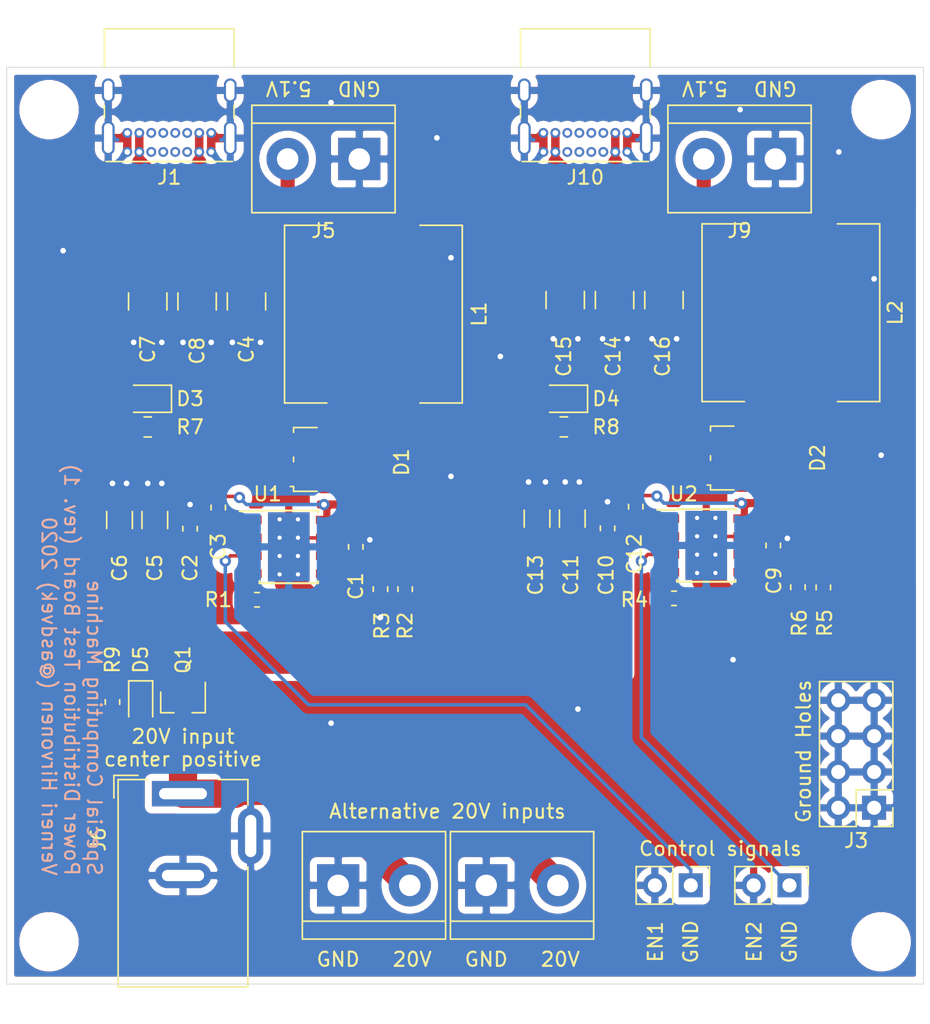
<source format=kicad_pcb>
(kicad_pcb (version 20171130) (host pcbnew "(5.1.5-0-10_14)")
  (layers (0 F.Cu signal) (31 B.Cu signal) (34 B.Paste user) (35 F.Paste user) (36 B.SilkS user) (37 F.SilkS user) (38 B.Mask user) (39 F.Mask user) (44 Edge.Cuts user))
  (net 0 "")
  (net 1 GND)
  (net 2 "Net-(C1-Pad1)")
  (net 3 /V_in)
  (net 4 "Net-(C3-Pad2)")
  (net 5 "Net-(C3-Pad1)")
  (net 6 "Net-(J1-PadB6)")
  (net 7 "Net-(J1-PadB5)")
  (net 8 "Net-(J1-PadB8)")
  (net 9 "Net-(J1-PadB7)")
  (net 10 "Net-(J1-PadA8)")
  (net 11 "Net-(J1-PadA7)")
  (net 12 "Net-(J1-PadA6)")
  (net 13 "Net-(J1-PadA5)")
  (net 14 "Net-(R1-Pad1)")
  (net 15 /V_out1)
  (net 16 "Net-(C9-Pad1)")
  (net 17 "Net-(C12-Pad2)")
  (net 18 "Net-(C12-Pad1)")
  (net 19 /V_out2)
  (net 20 /en_signal1)
  (net 21 /en_signal2)
  (net 22 "Net-(J10-PadB6)")
  (net 23 "Net-(J10-PadB5)")
  (net 24 "Net-(J10-PadB8)")
  (net 25 "Net-(J10-PadB7)")
  (net 26 "Net-(J10-PadA8)")
  (net 27 "Net-(J10-PadA7)")
  (net 28 "Net-(J10-PadA6)")
  (net 29 "Net-(J10-PadA5)")
  (net 30 /V_FB1)
  (net 31 "Net-(R4-Pad1)")
  (net 32 /V_FB2)
  (net 33 "Net-(D3-Pad1)")
  (net 34 "Net-(D4-Pad1)")
  (net 35 /V_in_protected)
  (net 36 "Net-(D5-Pad2)")
  (module Diode_SMD:D_SOD-323 (layer F.Cu) (at 104.5 140 270)
    (fp_text reference D5 (at -3 0 90) (layer F.SilkS))
    (fp_text value 10V)
    (pad 2 smd rect (at 1.05 0 270) (size 0.6 0.45) (layers F.Cu F.Paste F.Mask) (net 36 "Net-(D5-Pad2)"))
    (pad 1 smd rect (at -1.05 0 270) (size 0.6 0.45) (layers F.Cu F.Paste F.Mask) (net 35 /V_in_protected))
  )
  (module Resistor_SMD:R_0603_1608Metric (layer F.Cu) (at 102.5 140 90)
    (fp_text reference R9 (at 3 0 90) (layer F.SilkS))
    (fp_text value 100K)
    (pad 2 smd roundrect (at 0.7875 0 90) (size 0.875 0.95) (layers F.Cu F.Paste F.Mask) (net 1 GND))
    (pad 1 smd roundrect (at -0.7875 0 90) (size 0.875 0.95) (layers F.Cu F.Paste F.Mask) (net 36 "Net-(D5-Pad2)"))
  )
  (module Package_TO_SOT_SMD:SOT-23 (layer F.Cu) (at 107.5 140 270)
    (fp_text reference Q1 (at -3 0 90) (layer F.SilkS))
    (fp_text value IRLML6344TRPBF)
    (pad 3 smd rect (at 1 0 270) (size 0.9 0.8) (layers F.Cu F.Paste F.Mask) (net 3 /V_in))
    (pad 2 smd rect (at -1 0.95 270) (size 0.9 0.8) (layers F.Cu F.Paste F.Mask) (net 35 /V_in_protected))
    (pad 1 smd rect (at -1 -0.95 270) (size 0.9 0.8) (layers F.Cu F.Paste F.Mask) (net 36 "Net-(D5-Pad2)"))
  )
  (module Resistor_SMD:R_0805_2012Metric (layer F.Cu) (at 134.5 120.495 180)
    (fp_text reference R8 (at -3 -0.005) (layer F.SilkS))
    (fp_text value R)
    (pad 2 smd roundrect (at 0.9375 0 180) (size 0.975 1.4) (layers F.Cu F.Paste F.Mask) (net 1 GND))
    (pad 1 smd roundrect (at -0.9375 0 180) (size 0.975 1.4) (layers F.Cu F.Paste F.Mask) (net 34 "Net-(D4-Pad1)"))
  )
  (module Resistor_SMD:R_0805_2012Metric (layer F.Cu) (at 105 120.5 180)
    (fp_text reference R7 (at -3 0) (layer F.SilkS))
    (fp_text value R)
    (pad 2 smd roundrect (at 0.9375 0 180) (size 0.975 1.4) (layers F.Cu F.Paste F.Mask) (net 1 GND))
    (pad 1 smd roundrect (at -0.9375 0 180) (size 0.975 1.4) (layers F.Cu F.Paste F.Mask) (net 33 "Net-(D3-Pad1)"))
  )
  (module LED_SMD:LED_0805_2012Metric (layer F.Cu) (at 134.5 118.5 180)
    (fp_text reference D4 (at -3 0) (layer F.SilkS))
    (fp_text value LED)
    (pad 2 smd roundrect (at 0.9375 0 180) (size 0.975 1.4) (layers F.Cu F.Paste F.Mask) (net 19 /V_out2))
    (pad 1 smd roundrect (at -0.9375 0 180) (size 0.975 1.4) (layers F.Cu F.Paste F.Mask) (net 34 "Net-(D4-Pad1)"))
  )
  (module LED_SMD:LED_0805_2012Metric (layer F.Cu) (at 105 118.5 180)
    (fp_text reference D3 (at -3 0) (layer F.SilkS))
    (fp_text value LED)
    (pad 2 smd roundrect (at 0.9375 0 180) (size 0.975 1.4) (layers F.Cu F.Paste F.Mask) (net 15 /V_out1))
    (pad 1 smd roundrect (at -0.9375 0 180) (size 0.975 1.4) (layers F.Cu F.Paste F.Mask) (net 33 "Net-(D3-Pad1)"))
  )
  (module Package_SO:Texas_HSOP-8-1EP_3.9x4.9mm_P1.27mm_ThermalVias (layer F.Cu) (at 144.6 128.9)
    (fp_text reference U2 (at -1.6 -3.65) (layer F.SilkS))
    (fp_text value LMR14050SDDA)
    (pad 9 thru_hole circle (at 0.65 1.95) (size 0.6 0.6) (drill 0.3) (layers *.Cu) (net 1 GND))
    (pad 9 thru_hole circle (at 0.65 0.65) (size 0.6 0.6) (drill 0.3) (layers *.Cu) (net 1 GND))
    (pad 9 thru_hole circle (at -0.65 0.65) (size 0.6 0.6) (drill 0.3) (layers *.Cu) (net 1 GND))
    (pad 9 thru_hole circle (at -0.65 1.95) (size 0.6 0.6) (drill 0.3) (layers *.Cu) (net 1 GND))
    (pad 9 thru_hole circle (at 0.65 -1.95) (size 0.6 0.6) (drill 0.3) (layers *.Cu) (net 1 GND))
    (pad 9 thru_hole circle (at 0.65 -0.65) (size 0.6 0.6) (drill 0.3) (layers *.Cu) (net 1 GND))
    (pad 9 thru_hole circle (at -0.65 -0.65) (size 0.6 0.6) (drill 0.3) (layers *.Cu) (net 1 GND))
    (pad 9 thru_hole circle (at -0.65 -1.95) (size 0.6 0.6) (drill 0.3) (layers *.Cu) (net 1 GND))
    (pad 8 smd rect (at 2.7 -1.905) (size 1.55 0.6) (layers F.Cu F.Paste F.Mask) (net 17 "Net-(C12-Pad2)"))
    (pad 7 smd rect (at 2.7 -0.635) (size 1.55 0.6) (layers F.Cu F.Paste F.Mask) (net 1 GND))
    (pad 6 smd rect (at 2.7 0.635) (size 1.55 0.6) (layers F.Cu F.Paste F.Mask) (net 16 "Net-(C9-Pad1)"))
    (pad 5 smd rect (at 2.7 1.905) (size 1.55 0.6) (layers F.Cu F.Paste F.Mask) (net 32 /V_FB2))
    (pad 4 smd rect (at -2.7 1.905) (size 1.55 0.6) (layers F.Cu F.Paste F.Mask) (net 31 "Net-(R4-Pad1)"))
    (pad 3 smd rect (at -2.7 0.635) (size 1.55 0.6) (layers F.Cu F.Paste F.Mask) (net 21 /en_signal2))
    (pad 2 smd rect (at -2.7 -0.635) (size 1.55 0.6) (layers F.Cu F.Paste F.Mask) (net 35 /V_in_protected))
    (pad 1 smd rect (at -2.7 -1.905) (size 1.55 0.6) (layers F.Cu F.Paste F.Mask) (net 18 "Net-(C12-Pad1)"))
    (pad 9 smd rect (at 0 0) (size 2.95 4.9) (layers B.Cu) (net 1 GND))
    (pad 9 smd rect (at 0 0) (size 2.95 4.9) (layers F.Cu) (net 1 GND))
  )
  (module Resistor_SMD:R_0603_1608Metric (layer F.Cu) (at 151.1 131.8625 270)
    (fp_text reference R6 (at 2.5375 -0.1 90) (layer F.SilkS))
    (fp_text value 17.8k)
    (pad 2 smd roundrect (at 0.7875 0 270) (size 0.875 0.95) (layers F.Cu F.Paste F.Mask) (net 1 GND))
    (pad 1 smd roundrect (at -0.7875 0 270) (size 0.875 0.95) (layers F.Cu F.Paste F.Mask) (net 32 /V_FB2))
  )
  (module Resistor_SMD:R_0603_1608Metric (layer F.Cu) (at 152.9 131.875 90)
    (fp_text reference R5 (at -2.525 0.1 90) (layer F.SilkS))
    (fp_text value 100k)
    (pad 2 smd roundrect (at 0.7875 0 90) (size 0.875 0.95) (layers F.Cu F.Paste F.Mask) (net 32 /V_FB2))
    (pad 1 smd roundrect (at -0.7875 0 90) (size 0.875 0.95) (layers F.Cu F.Paste F.Mask) (net 19 /V_out2))
  )
  (module Resistor_SMD:R_0603_1608Metric (layer F.Cu) (at 142.3125 132.65)
    (fp_text reference R4 (at -2.8125 0.1) (layer F.SilkS))
    (fp_text value 84.5k)
    (pad 2 smd roundrect (at 0.7875 0) (size 0.875 0.95) (layers F.Cu F.Paste F.Mask) (net 1 GND))
    (pad 1 smd roundrect (at -0.7875 0) (size 0.875 0.95) (layers F.Cu F.Paste F.Mask) (net 31 "Net-(R4-Pad1)"))
  )
  (module Inductor_SMD:L_Wuerth_WE-PD-Typ-LS (layer F.Cu) (at 150.6 112.4 90)
    (fp_text reference L2 (at 0 7.4 90) (layer F.SilkS))
    (fp_text value 8.2uH)
    (pad 2 smd rect (at 4.95 0 90) (size 2.9 5.4) (layers F.Cu F.Paste F.Mask) (net 19 /V_out2))
    (pad 1 smd rect (at -4.95 0 90) (size 2.9 5.4) (layers F.Cu F.Paste F.Mask) (net 17 "Net-(C12-Pad2)"))
  )
  (module Connector_USB:USB_C_Receptacle_GCT_USB4085 (layer F.Cu) (at 139 101 180)
    (fp_text reference J10 (at 2.975 -1.8) (layer F.SilkS))
    (fp_text value USB_C_Receptacle_USB2.0)
    (pad S1 thru_hole oval (at 7.3 4.36 180) (size 0.9 1.7) (drill oval 0.6 1.4) (layers *.Cu *.Mask) (net 1 GND))
    (pad S1 thru_hole oval (at -1.35 4.36 180) (size 0.9 1.7) (drill oval 0.6 1.4) (layers *.Cu *.Mask) (net 1 GND))
    (pad S1 thru_hole oval (at 7.3 0.98 180) (size 0.9 2.4) (drill oval 0.6 2.1) (layers *.Cu *.Mask) (net 1 GND))
    (pad S1 thru_hole oval (at -1.35 0.98 180) (size 0.9 2.4) (drill oval 0.6 2.1) (layers *.Cu *.Mask) (net 1 GND))
    (pad B6 thru_hole circle (at 3.4 1.35 180) (size 0.7 0.7) (drill 0.4) (layers *.Cu *.Mask) (net 22 "Net-(J10-PadB6)"))
    (pad B1 thru_hole circle (at 5.95 1.35 180) (size 0.7 0.7) (drill 0.4) (layers *.Cu *.Mask) (net 1 GND))
    (pad B4 thru_hole circle (at 5.1 1.35 180) (size 0.7 0.7) (drill 0.4) (layers *.Cu *.Mask) (net 19 /V_out2))
    (pad B5 thru_hole circle (at 4.25 1.35 180) (size 0.7 0.7) (drill 0.4) (layers *.Cu *.Mask) (net 23 "Net-(J10-PadB5)"))
    (pad B12 thru_hole circle (at 0 1.35 180) (size 0.7 0.7) (drill 0.4) (layers *.Cu *.Mask) (net 1 GND))
    (pad B8 thru_hole circle (at 1.7 1.35 180) (size 0.7 0.7) (drill 0.4) (layers *.Cu *.Mask) (net 24 "Net-(J10-PadB8)"))
    (pad B7 thru_hole circle (at 2.55 1.35 180) (size 0.7 0.7) (drill 0.4) (layers *.Cu *.Mask) (net 25 "Net-(J10-PadB7)"))
    (pad B9 thru_hole circle (at 0.85 1.35 180) (size 0.7 0.7) (drill 0.4) (layers *.Cu *.Mask) (net 19 /V_out2))
    (pad A12 thru_hole circle (at 5.95 0 180) (size 0.7 0.7) (drill 0.4) (layers *.Cu *.Mask) (net 1 GND))
    (pad A9 thru_hole circle (at 5.1 0 180) (size 0.7 0.7) (drill 0.4) (layers *.Cu *.Mask) (net 19 /V_out2))
    (pad A8 thru_hole circle (at 4.25 0 180) (size 0.7 0.7) (drill 0.4) (layers *.Cu *.Mask) (net 26 "Net-(J10-PadA8)"))
    (pad A7 thru_hole circle (at 3.4 0 180) (size 0.7 0.7) (drill 0.4) (layers *.Cu *.Mask) (net 27 "Net-(J10-PadA7)"))
    (pad A6 thru_hole circle (at 2.55 0 180) (size 0.7 0.7) (drill 0.4) (layers *.Cu *.Mask) (net 28 "Net-(J10-PadA6)"))
    (pad A5 thru_hole circle (at 1.7 0 180) (size 0.7 0.7) (drill 0.4) (layers *.Cu *.Mask) (net 29 "Net-(J10-PadA5)"))
    (pad A4 thru_hole circle (at 0.85 0 180) (size 0.7 0.7) (drill 0.4) (layers *.Cu *.Mask) (net 19 /V_out2))
    (pad A1 thru_hole circle (at 0 0 180) (size 0.7 0.7) (drill 0.4) (layers *.Cu *.Mask) (net 1 GND))
  )
  (module TerminalBlock:TerminalBlock_bornier-2_P5.08mm (layer F.Cu) (at 149.5 101.5 180)
    (fp_text reference J9 (at 2.54 -5.08) (layer F.SilkS))
    (fp_text value "V_out alt")
    (pad 2 thru_hole circle (at 5.08 0 180) (size 3 3) (drill 1.52) (layers *.Cu *.Mask) (net 19 /V_out2))
    (pad 1 thru_hole rect (at 0 0 180) (size 3 3) (drill 1.52) (layers *.Cu *.Mask) (net 1 GND))
  )
  (module TerminalBlock:TerminalBlock_bornier-2_P5.08mm (layer F.Cu) (at 118.5 153)
    (fp_text reference J8 hide)
    (fp_text value "V_in alt")
    (pad 2 thru_hole circle (at 5.08 0) (size 3 3) (drill 1.52) (layers *.Cu *.Mask) (net 3 /V_in))
    (pad 1 thru_hole rect (at 0 0) (size 3 3) (drill 1.52) (layers *.Cu *.Mask) (net 1 GND))
  )
  (module Connector_PinHeader_2.54mm:PinHeader_1x02_P2.54mm_Vertical (layer F.Cu) (at 150.5 153 270)
    (fp_text reference J7 hide)
    (fp_text value Conn_EN)
    (pad 2 thru_hole oval (at 0 2.54 270) (size 1.7 1.7) (drill 1) (layers *.Cu *.Mask) (net 1 GND))
    (pad 1 thru_hole rect (at 0 0 270) (size 1.7 1.7) (drill 1) (layers *.Cu *.Mask) (net 21 /en_signal2))
  )
  (module Package_TO_SOT_SMD:TO-277A (layer F.Cu) (at 148.06 122.7 90)
    (fp_text reference D2 (at 0 4.44 90) (layer F.SilkS))
    (fp_text value D)
    (pad 2 smd rect (at 1.04 -2.765 90) (size 1.4 1.27) (layers F.Cu F.Paste F.Mask) (net 1 GND))
    (pad 3 smd rect (at 0 1.04 90) (size 4.8 4.72) (layers F.Cu F.Mask) (net 17 "Net-(C12-Pad2)"))
    (pad 1 smd rect (at -1.04 -2.765 90) (size 1.4 1.27) (layers F.Cu F.Paste F.Mask) (net 1 GND))
  )
  (module Capacitor_SMD:C_1210_3225Metric (layer F.Cu) (at 141.6 111.5 270)
    (fp_text reference C16 (at 4 0.1 90) (layer F.SilkS))
    (fp_text value 47uF)
    (pad 2 smd roundrect (at 1.4 0 270) (size 1.25 2.65) (layers F.Cu F.Paste F.Mask) (roundrect_rratio 0.2) (net 1 GND))
    (pad 1 smd roundrect (at -1.4 0 270) (size 1.25 2.65) (layers F.Cu F.Paste F.Mask) (roundrect_rratio 0.2) (net 19 /V_out2))
  )
  (module Capacitor_SMD:C_1210_3225Metric (layer F.Cu) (at 134.6 111.5 270)
    (fp_text reference C15 (at 4 0.1 90) (layer F.SilkS))
    (fp_text value 47uF)
    (pad 2 smd roundrect (at 1.4 0 270) (size 1.25 2.65) (layers F.Cu F.Paste F.Mask) (roundrect_rratio 0.2) (net 1 GND))
    (pad 1 smd roundrect (at -1.4 0 270) (size 1.25 2.65) (layers F.Cu F.Paste F.Mask) (roundrect_rratio 0.2) (net 19 /V_out2))
  )
  (module Capacitor_SMD:C_1210_3225Metric (layer F.Cu) (at 138.1 111.5 270)
    (fp_text reference C14 (at 4 0.1 90) (layer F.SilkS))
    (fp_text value 47uF)
    (pad 2 smd roundrect (at 1.4 0 270) (size 1.25 2.65) (layers F.Cu F.Paste F.Mask) (roundrect_rratio 0.2) (net 1 GND))
    (pad 1 smd roundrect (at -1.4 0 270) (size 1.25 2.65) (layers F.Cu F.Paste F.Mask) (roundrect_rratio 0.2) (net 19 /V_out2))
  )
  (module Capacitor_SMD:C_1206_3216Metric (layer F.Cu) (at 132.6 127 90)
    (fp_text reference C13 (at -4 -0.1 90) (layer F.SilkS))
    (fp_text value 4.7uF)
    (pad 2 smd roundrect (at 1.4 0 90) (size 1.25 1.75) (layers F.Cu F.Paste F.Mask) (roundrect_rratio 0.2) (net 1 GND))
    (pad 1 smd roundrect (at -1.4 0 90) (size 1.25 1.75) (layers F.Cu F.Paste F.Mask) (roundrect_rratio 0.2) (net 35 /V_in_protected))
  )
  (module Capacitor_SMD:C_0603_1608Metric (layer F.Cu) (at 139.6 126.15 90)
    (fp_text reference C12 (at -3.35 -0.1 90) (layer F.SilkS))
    (fp_text value 100n)
    (pad 2 smd roundrect (at 0.7875 0 90) (size 0.875 0.95) (layers F.Cu F.Paste F.Mask) (net 17 "Net-(C12-Pad2)"))
    (pad 1 smd roundrect (at -0.7875 0 90) (size 0.875 0.95) (layers F.Cu F.Paste F.Mask) (net 18 "Net-(C12-Pad1)"))
  )
  (module Capacitor_SMD:C_1206_3216Metric (layer F.Cu) (at 135.1 127 90)
    (fp_text reference C11 (at -4 -0.1 90) (layer F.SilkS))
    (fp_text value 4.7uF)
    (pad 2 smd roundrect (at 1.4 0 90) (size 1.25 1.75) (layers F.Cu F.Paste F.Mask) (roundrect_rratio 0.2) (net 1 GND))
    (pad 1 smd roundrect (at -1.4 0 90) (size 1.25 1.75) (layers F.Cu F.Paste F.Mask) (roundrect_rratio 0.2) (net 35 /V_in_protected))
  )
  (module Capacitor_SMD:C_0603_1608Metric (layer F.Cu) (at 137.6 127.6875 90)
    (fp_text reference C10 (at -3.3125 -0.1 90) (layer F.SilkS))
    (fp_text value 100n)
    (pad 2 smd roundrect (at 0.7875 0 90) (size 0.875 0.95) (layers F.Cu F.Paste F.Mask) (net 1 GND))
    (pad 1 smd roundrect (at -0.7875 0 90) (size 0.875 0.95) (layers F.Cu F.Paste F.Mask) (net 35 /V_in_protected))
  )
  (module Capacitor_SMD:C_0603_1608Metric (layer F.Cu) (at 149.35 128.9 90)
    (fp_text reference C9 (at -2.5 0.05 270) (layer F.SilkS))
    (fp_text value 22nF)
    (pad 2 smd roundrect (at 0.7875 0 90) (size 0.875 0.95) (layers F.Cu F.Paste F.Mask) (net 1 GND))
    (pad 1 smd roundrect (at -0.7875 0 90) (size 0.875 0.95) (layers F.Cu F.Paste F.Mask) (net 16 "Net-(C9-Pad1)"))
  )
  (module Connector_BarrelJack:BarrelJack_Wuerth_6941xx301002 (layer F.Cu) (at 107.5 146.5)
    (fp_text reference J6 (at -6 3.25 90) (layer F.SilkS))
    (fp_text value DC_in)
    (pad 1 thru_hole rect (at 0 0) (size 4.4 1.8) (drill oval 3.4 0.8) (layers *.Cu *.Mask) (net 3 /V_in))
    (pad 2 thru_hole oval (at 0 5.8) (size 4 1.8) (drill oval 3 0.8) (layers *.Cu *.Mask) (net 1 GND))
    (pad 3 thru_hole oval (at 4.8 3 90) (size 4 1.8) (drill oval 3 0.8) (layers *.Cu *.Mask) (net 1 GND))
  )
  (module TerminalBlock:TerminalBlock_bornier-2_P5.08mm (layer F.Cu) (at 120 101.5 180)
    (fp_text reference J5 (at 2.54 -5.08) (layer F.SilkS))
    (fp_text value "V_out alt")
    (pad 2 thru_hole circle (at 5.08 0 180) (size 3 3) (drill 1.52) (layers *.Cu *.Mask) (net 15 /V_out1))
    (pad 1 thru_hole rect (at 0 0 180) (size 3 3) (drill 1.52) (layers *.Cu *.Mask) (net 1 GND))
  )
  (module TerminalBlock:TerminalBlock_bornier-2_P5.08mm (layer F.Cu) (at 129 153)
    (fp_text reference J4 hide)
    (fp_text value "V_in alt")
    (pad 2 thru_hole circle (at 5.08 0) (size 3 3) (drill 1.52) (layers *.Cu *.Mask) (net 3 /V_in))
    (pad 1 thru_hole rect (at 0 0) (size 3 3) (drill 1.52) (layers *.Cu *.Mask) (net 1 GND))
  )
  (module Connector_PinHeader_2.54mm:PinHeader_2x04_P2.54mm_Vertical (layer F.Cu) (at 156.5 147.5 180)
    (fp_text reference J3 (at 1.27 -2.33) (layer F.SilkS))
    (fp_text value "ground holes")
    (pad 8 thru_hole oval (at 2.54 7.62 180) (size 1.7 1.7) (drill 1) (layers *.Cu *.Mask) (net 1 GND))
    (pad 7 thru_hole oval (at 0 7.62 180) (size 1.7 1.7) (drill 1) (layers *.Cu *.Mask) (net 1 GND))
    (pad 6 thru_hole oval (at 2.54 5.08 180) (size 1.7 1.7) (drill 1) (layers *.Cu *.Mask) (net 1 GND))
    (pad 5 thru_hole oval (at 0 5.08 180) (size 1.7 1.7) (drill 1) (layers *.Cu *.Mask) (net 1 GND))
    (pad 4 thru_hole oval (at 2.54 2.54 180) (size 1.7 1.7) (drill 1) (layers *.Cu *.Mask) (net 1 GND))
    (pad 3 thru_hole oval (at 0 2.54 180) (size 1.7 1.7) (drill 1) (layers *.Cu *.Mask) (net 1 GND))
    (pad 2 thru_hole oval (at 2.54 0 180) (size 1.7 1.7) (drill 1) (layers *.Cu *.Mask) (net 1 GND))
    (pad 1 thru_hole rect (at 0 0 180) (size 1.7 1.7) (drill 1) (layers *.Cu *.Mask) (net 1 GND))
  )
  (module Connector_PinHeader_2.54mm:PinHeader_1x02_P2.54mm_Vertical (layer F.Cu) (at 143.5 153 270)
    (fp_text reference J2 hide)
    (fp_text value Conn_EN)
    (pad 2 thru_hole oval (at 0 2.54 270) (size 1.7 1.7) (drill 1) (layers *.Cu *.Mask) (net 1 GND))
    (pad 1 thru_hole rect (at 0 0 270) (size 1.7 1.7) (drill 1) (layers *.Cu *.Mask) (net 20 /en_signal1))
  )
  (module MountingHole:MountingHole_3.2mm_M3 (layer F.Cu) (at 157 157)
    (fp_text reference H4 hide)
    (fp_text value MH)
    (pad 1 np_thru_hole circle (at 0 0) (size 3.2 3.2) (drill 3.2) (layers *.Cu *.Mask))
  )
  (module MountingHole:MountingHole_3.2mm_M3 (layer F.Cu) (at 98 98)
    (fp_text reference H3 hide)
    (fp_text value MH)
    (pad 1 np_thru_hole circle (at 0 0) (size 3.2 3.2) (drill 3.2) (layers *.Cu *.Mask))
  )
  (module MountingHole:MountingHole_3.2mm_M3 (layer F.Cu) (at 98 157)
    (fp_text reference H2 hide)
    (fp_text value MH)
    (pad 1 np_thru_hole circle (at 0 0) (size 3.2 3.2) (drill 3.2) (layers *.Cu *.Mask))
  )
  (module MountingHole:MountingHole_3.2mm_M3 (layer F.Cu) (at 157 98)
    (fp_text reference H1 hide)
    (fp_text value MH)
    (pad 1 np_thru_hole circle (at 0 0) (size 3.2 3.2) (drill 3.2) (layers *.Cu *.Mask))
  )
  (module Inductor_SMD:L_Wuerth_WE-PD-Typ-LS (layer F.Cu) (at 121 112.5 90)
    (fp_text reference L1 (at 0 7.5 90) (layer F.SilkS))
    (fp_text value 8.2uH)
    (pad 2 smd rect (at 4.95 0 90) (size 2.9 5.4) (layers F.Cu F.Paste F.Mask) (net 15 /V_out1))
    (pad 1 smd rect (at -4.95 0 90) (size 2.9 5.4) (layers F.Cu F.Paste F.Mask) (net 4 "Net-(C3-Pad2)"))
  )
  (module Capacitor_SMD:C_1210_3225Metric (layer F.Cu) (at 108.5 111.6 270)
    (fp_text reference C8 (at 3.5 0 90) (layer F.SilkS))
    (fp_text value 47uF)
    (pad 2 smd roundrect (at 1.4 0 270) (size 1.25 2.65) (layers F.Cu F.Paste F.Mask) (roundrect_rratio 0.2) (net 1 GND))
    (pad 1 smd roundrect (at -1.4 0 270) (size 1.25 2.65) (layers F.Cu F.Paste F.Mask) (roundrect_rratio 0.2) (net 15 /V_out1))
  )
  (module Capacitor_SMD:C_1210_3225Metric (layer F.Cu) (at 105 111.6 270)
    (fp_text reference C7 (at 3.4 0 90) (layer F.SilkS))
    (fp_text value 47uF)
    (pad 2 smd roundrect (at 1.4 0 270) (size 1.25 2.65) (layers F.Cu F.Paste F.Mask) (roundrect_rratio 0.2) (net 1 GND))
    (pad 1 smd roundrect (at -1.4 0 270) (size 1.25 2.65) (layers F.Cu F.Paste F.Mask) (roundrect_rratio 0.2) (net 15 /V_out1))
  )
  (module Capacitor_SMD:C_1210_3225Metric (layer F.Cu) (at 112 111.6 270)
    (fp_text reference C4 (at 3.4 0 90) (layer F.SilkS))
    (fp_text value 47uF)
    (pad 2 smd roundrect (at 1.4 0 270) (size 1.25 2.65) (layers F.Cu F.Paste F.Mask) (roundrect_rratio 0.2) (net 1 GND))
    (pad 1 smd roundrect (at -1.4 0 270) (size 1.25 2.65) (layers F.Cu F.Paste F.Mask) (roundrect_rratio 0.2) (net 15 /V_out1))
  )
  (module Capacitor_SMD:C_1206_3216Metric (layer F.Cu) (at 103 127.1 90)
    (fp_text reference C6 (at -3.4 0 90) (layer F.SilkS))
    (fp_text value 4.7uF)
    (pad 2 smd roundrect (at 1.4 0 90) (size 1.25 1.75) (layers F.Cu F.Paste F.Mask) (roundrect_rratio 0.2) (net 1 GND))
    (pad 1 smd roundrect (at -1.4 0 90) (size 1.25 1.75) (layers F.Cu F.Paste F.Mask) (roundrect_rratio 0.2) (net 35 /V_in_protected))
  )
  (module Capacitor_SMD:C_1206_3216Metric (layer F.Cu) (at 105.5 127.1 90)
    (fp_text reference C5 (at -3.4 0 90) (layer F.SilkS))
    (fp_text value 4.7uF)
    (pad 2 smd roundrect (at 1.4 0 90) (size 1.25 1.75) (layers F.Cu F.Paste F.Mask) (roundrect_rratio 0.2) (net 1 GND))
    (pad 1 smd roundrect (at -1.4 0 90) (size 1.25 1.75) (layers F.Cu F.Paste F.Mask) (roundrect_rratio 0.2) (net 35 /V_in_protected))
  )
  (module Capacitor_SMD:C_0603_1608Metric (layer F.Cu) (at 110 126.2125 90)
    (fp_text reference C3 (at -2.7875 0 90) (layer F.SilkS))
    (fp_text value 100n)
    (pad 2 smd roundrect (at 0.7875 0 90) (size 0.875 0.95) (layers F.Cu F.Paste F.Mask) (net 4 "Net-(C3-Pad2)"))
    (pad 1 smd roundrect (at -0.7875 0 90) (size 0.875 0.95) (layers F.Cu F.Paste F.Mask) (net 5 "Net-(C3-Pad1)"))
  )
  (module Package_TO_SOT_SMD:TO-277A (layer F.Cu) (at 118.5 122.8 90)
    (fp_text reference D1 (at -0.2 4.5 90) (layer F.SilkS))
    (fp_text value D)
    (pad 2 smd rect (at 1.04 -2.765 90) (size 1.4 1.27) (layers F.Cu F.Paste F.Mask) (net 1 GND))
    (pad 3 smd rect (at 0 1.04 90) (size 4.8 4.72) (layers F.Cu F.Mask) (net 4 "Net-(C3-Pad2)"))
    (pad 1 smd rect (at -1.04 -2.765 90) (size 1.4 1.27) (layers F.Cu F.Paste F.Mask) (net 1 GND))
  )
  (module Package_SO:Texas_HSOP-8-1EP_3.9x4.9mm_P1.27mm_ThermalVias (layer F.Cu) (at 115 129)
    (fp_text reference U1 (at -1.5 -3.75) (layer F.SilkS))
    (fp_text value LMR14050SDDA)
    (pad 9 thru_hole circle (at 0.65 1.95) (size 0.6 0.6) (drill 0.3) (layers *.Cu) (net 1 GND))
    (pad 9 thru_hole circle (at 0.65 0.65) (size 0.6 0.6) (drill 0.3) (layers *.Cu) (net 1 GND))
    (pad 9 thru_hole circle (at -0.65 0.65) (size 0.6 0.6) (drill 0.3) (layers *.Cu) (net 1 GND))
    (pad 9 thru_hole circle (at -0.65 1.95) (size 0.6 0.6) (drill 0.3) (layers *.Cu) (net 1 GND))
    (pad 9 thru_hole circle (at 0.65 -1.95) (size 0.6 0.6) (drill 0.3) (layers *.Cu) (net 1 GND))
    (pad 9 thru_hole circle (at 0.65 -0.65) (size 0.6 0.6) (drill 0.3) (layers *.Cu) (net 1 GND))
    (pad 9 thru_hole circle (at -0.65 -0.65) (size 0.6 0.6) (drill 0.3) (layers *.Cu) (net 1 GND))
    (pad 9 thru_hole circle (at -0.65 -1.95) (size 0.6 0.6) (drill 0.3) (layers *.Cu) (net 1 GND))
    (pad 8 smd rect (at 2.7 -1.905) (size 1.55 0.6) (layers F.Cu F.Paste F.Mask) (net 4 "Net-(C3-Pad2)"))
    (pad 7 smd rect (at 2.7 -0.635) (size 1.55 0.6) (layers F.Cu F.Paste F.Mask) (net 1 GND))
    (pad 6 smd rect (at 2.7 0.635) (size 1.55 0.6) (layers F.Cu F.Paste F.Mask) (net 2 "Net-(C1-Pad1)"))
    (pad 5 smd rect (at 2.7 1.905) (size 1.55 0.6) (layers F.Cu F.Paste F.Mask) (net 30 /V_FB1))
    (pad 4 smd rect (at -2.7 1.905) (size 1.55 0.6) (layers F.Cu F.Paste F.Mask) (net 14 "Net-(R1-Pad1)"))
    (pad 3 smd rect (at -2.7 0.635) (size 1.55 0.6) (layers F.Cu F.Paste F.Mask) (net 20 /en_signal1))
    (pad 2 smd rect (at -2.7 -0.635) (size 1.55 0.6) (layers F.Cu F.Paste F.Mask) (net 35 /V_in_protected))
    (pad 1 smd rect (at -2.7 -1.905) (size 1.55 0.6) (layers F.Cu F.Paste F.Mask) (net 5 "Net-(C3-Pad1)"))
    (pad 9 smd rect (at 0 0) (size 2.95 4.9) (layers B.Cu) (net 1 GND))
    (pad 9 smd rect (at 0 0) (size 2.95 4.9) (layers F.Cu) (net 1 GND))
  )
  (module Resistor_SMD:R_0603_1608Metric (layer F.Cu) (at 121.5 132 270)
    (fp_text reference R3 (at 2.6 -0.1 90) (layer F.SilkS))
    (fp_text value 17.8k)
    (pad 2 smd roundrect (at 0.7875 0 270) (size 0.875 0.95) (layers F.Cu F.Paste F.Mask) (net 1 GND))
    (pad 1 smd roundrect (at -0.7875 0 270) (size 0.875 0.95) (layers F.Cu F.Paste F.Mask) (net 30 /V_FB1))
  )
  (module Resistor_SMD:R_0603_1608Metric (layer F.Cu) (at 123.25 132 90)
    (fp_text reference R2 (at -2.6 0 90) (layer F.SilkS))
    (fp_text value 100k)
    (pad 2 smd roundrect (at 0.7875 0 90) (size 0.875 0.95) (layers F.Cu F.Paste F.Mask) (net 30 /V_FB1))
    (pad 1 smd roundrect (at -0.7875 0 90) (size 0.875 0.95) (layers F.Cu F.Paste F.Mask) (net 15 /V_out1))
  )
  (module Resistor_SMD:R_0603_1608Metric (layer F.Cu) (at 112.75 132.75)
    (fp_text reference R1 (at -2.75 0) (layer F.SilkS))
    (fp_text value 84.5k)
    (pad 2 smd roundrect (at 0.7875 0) (size 0.875 0.95) (layers F.Cu F.Paste F.Mask) (net 1 GND))
    (pad 1 smd roundrect (at -0.7875 0) (size 0.875 0.95) (layers F.Cu F.Paste F.Mask) (net 14 "Net-(R1-Pad1)"))
  )
  (module Connector_USB:USB_C_Receptacle_GCT_USB4085 (layer F.Cu) (at 109.5 101 180)
    (fp_text reference J1 (at 2.975 -1.8) (layer F.SilkS))
    (fp_text value USB_C_Receptacle_USB2.0)
    (pad S1 thru_hole oval (at 7.3 4.36 180) (size 0.9 1.7) (drill oval 0.6 1.4) (layers *.Cu *.Mask) (net 1 GND))
    (pad S1 thru_hole oval (at -1.35 4.36 180) (size 0.9 1.7) (drill oval 0.6 1.4) (layers *.Cu *.Mask) (net 1 GND))
    (pad S1 thru_hole oval (at 7.3 0.98 180) (size 0.9 2.4) (drill oval 0.6 2.1) (layers *.Cu *.Mask) (net 1 GND))
    (pad S1 thru_hole oval (at -1.35 0.98 180) (size 0.9 2.4) (drill oval 0.6 2.1) (layers *.Cu *.Mask) (net 1 GND))
    (pad B6 thru_hole circle (at 3.4 1.35 180) (size 0.7 0.7) (drill 0.4) (layers *.Cu *.Mask) (net 6 "Net-(J1-PadB6)"))
    (pad B1 thru_hole circle (at 5.95 1.35 180) (size 0.7 0.7) (drill 0.4) (layers *.Cu *.Mask) (net 1 GND))
    (pad B4 thru_hole circle (at 5.1 1.35 180) (size 0.7 0.7) (drill 0.4) (layers *.Cu *.Mask) (net 15 /V_out1))
    (pad B5 thru_hole circle (at 4.25 1.35 180) (size 0.7 0.7) (drill 0.4) (layers *.Cu *.Mask) (net 7 "Net-(J1-PadB5)"))
    (pad B12 thru_hole circle (at 0 1.35 180) (size 0.7 0.7) (drill 0.4) (layers *.Cu *.Mask) (net 1 GND))
    (pad B8 thru_hole circle (at 1.7 1.35 180) (size 0.7 0.7) (drill 0.4) (layers *.Cu *.Mask) (net 8 "Net-(J1-PadB8)"))
    (pad B7 thru_hole circle (at 2.55 1.35 180) (size 0.7 0.7) (drill 0.4) (layers *.Cu *.Mask) (net 9 "Net-(J1-PadB7)"))
    (pad B9 thru_hole circle (at 0.85 1.35 180) (size 0.7 0.7) (drill 0.4) (layers *.Cu *.Mask) (net 15 /V_out1))
    (pad A12 thru_hole circle (at 5.95 0 180) (size 0.7 0.7) (drill 0.4) (layers *.Cu *.Mask) (net 1 GND))
    (pad A9 thru_hole circle (at 5.1 0 180) (size 0.7 0.7) (drill 0.4) (layers *.Cu *.Mask) (net 15 /V_out1))
    (pad A8 thru_hole circle (at 4.25 0 180) (size 0.7 0.7) (drill 0.4) (layers *.Cu *.Mask) (net 10 "Net-(J1-PadA8)"))
    (pad A7 thru_hole circle (at 3.4 0 180) (size 0.7 0.7) (drill 0.4) (layers *.Cu *.Mask) (net 11 "Net-(J1-PadA7)"))
    (pad A6 thru_hole circle (at 2.55 0 180) (size 0.7 0.7) (drill 0.4) (layers *.Cu *.Mask) (net 12 "Net-(J1-PadA6)"))
    (pad A5 thru_hole circle (at 1.7 0 180) (size 0.7 0.7) (drill 0.4) (layers *.Cu *.Mask) (net 13 "Net-(J1-PadA5)"))
    (pad A4 thru_hole circle (at 0.85 0 180) (size 0.7 0.7) (drill 0.4) (layers *.Cu *.Mask) (net 15 /V_out1))
    (pad A1 thru_hole circle (at 0 0 180) (size 0.7 0.7) (drill 0.4) (layers *.Cu *.Mask) (net 1 GND))
  )
  (module Capacitor_SMD:C_0603_1608Metric (layer F.Cu) (at 108 127.7125 90)
    (fp_text reference C2 (at -2.7875 0 90) (layer F.SilkS))
    (fp_text value 100n)
    (pad 2 smd roundrect (at 0.7875 0 90) (size 0.875 0.95) (layers F.Cu F.Paste F.Mask) (net 1 GND))
    (pad 1 smd roundrect (at -0.7875 0 90) (size 0.875 0.95) (layers F.Cu F.Paste F.Mask) (net 35 /V_in_protected))
  )
  (module Capacitor_SMD:C_0603_1608Metric (layer F.Cu) (at 119.75 129 90)
    (fp_text reference C1 (at -2.7875 0 90) (layer F.SilkS))
    (fp_text value 22nF)
    (pad 2 smd roundrect (at 0.7875 0 90) (size 0.875 0.95) (layers F.Cu F.Paste F.Mask) (net 1 GND))
    (pad 1 smd roundrect (at -0.7875 0 90) (size 0.875 0.95) (layers F.Cu F.Paste F.Mask) (net 2 "Net-(C1-Pad1)"))
  )
  (gr_text "Special Computing Machine\nPower Distribution Test Board (rev. 1)\nVerneri Hirvonen (@asdvek) 2020" (at 99.6 152.4 270) (layer B.SilkS) (effects (font (size 1 1)) (justify left mirror)))
  (gr_text "Control signals" (at 145.6 150.4) (layer F.SilkS) (effects (font (size 1 1))))
  (gr_text 20V (at 123.75 158.25) (layer F.SilkS) (effects (font (size 1 1))))
  (gr_text GND (at 118.5 158.25) (layer F.SilkS) (effects (font (size 1 1))))
  (gr_text "GND\n" (at 129 158.25) (layer F.SilkS) (effects (font (size 1 1))))
  (gr_text 20V (at 134.25 158.25) (layer F.SilkS) (effects (font (size 1 1))))
  (gr_text "20V input\ncenter positive" (at 107.5 143.25) (layer F.SilkS) (effects (font (size 1 1))))
  (gr_text "Alternative 20V inputs" (at 126.25 147.75) (layer F.SilkS) (effects (font (size 1 1))))
  (gr_text GND (at 150.5 157 90) (layer F.SilkS) (effects (font (size 1 1))))
  (gr_text EN2 (at 148 157 90) (layer F.SilkS) (effects (font (size 1 1))))
  (gr_text GND (at 143.5 157 90) (layer F.SilkS) (effects (font (size 1 1))))
  (gr_text EN1 (at 141 157 90) (layer F.SilkS) (effects (font (size 1 1))))
  (gr_text GND (at 149.5 96.5 180) (layer F.SilkS) (effects (font (size 1 1))))
  (gr_text 5.1V (at 144.5 96.5 180) (layer F.SilkS) (effects (font (size 1 1))))
  (gr_text GND (at 120 96.5 180) (layer F.SilkS) (effects (font (size 1 1))))
  (gr_text 5.1V (at 115 96.5 180) (layer F.SilkS) (effects (font (size 1 1))))
  (gr_text "Ground Holes" (at 151.5 143.5 90) (layer F.SilkS) (effects (font (size 1 1))))
  (gr_line (start 95 160) (end 95 145) (layer Edge.Cuts) (width 0.05))
  (gr_line (start 160 160) (end 95 160) (layer Edge.Cuts) (width 0.05))
  (gr_line (start 160 95) (end 160 160) (layer Edge.Cuts) (width 0.05))
  (gr_line (start 95 95) (end 160 95) (layer Edge.Cuts) (width 0.05))
  (gr_line (start 95 145) (end 95 95) (layer Edge.Cuts) (width 0.05))
  (segment (start 115.635 128.365) (end 115 129) (width 0.25) (layer F.Cu) (net 1))
  (segment (start 117.7 128.365) (end 115.635 128.365) (width 0.25) (layer F.Cu) (net 1))
  (segment (start 119.5975 128.365) (end 119.75 128.2125) (width 0.25) (layer F.Cu) (net 1))
  (segment (start 117.7 128.365) (end 119.5975 128.365) (width 0.25) (layer F.Cu) (net 1))
  (via (at 120.75 128.5) (size 0.8) (drill 0.4) (layers F.Cu B.Cu) (net 1))
  (segment (start 120.4625 128.2125) (end 120.75 128.5) (width 0.25) (layer F.Cu) (net 1))
  (segment (start 119.75 128.2125) (end 120.4625 128.2125) (width 0.25) (layer F.Cu) (net 1))
  (via (at 108 126) (size 0.8) (drill 0.4) (layers F.Cu B.Cu) (net 1))
  (segment (start 108 126.925) (end 108 126) (width 0.25) (layer F.Cu) (net 1))
  (via (at 106 124.5) (size 0.8) (drill 0.4) (layers F.Cu B.Cu) (net 1))
  (segment (start 106 125) (end 106 124.5) (width 0.25) (layer F.Cu) (net 1))
  (segment (start 105.5 125.5) (end 106 125) (width 0.25) (layer F.Cu) (net 1))
  (segment (start 105.5 125.7) (end 105.5 125.5) (width 0.25) (layer F.Cu) (net 1))
  (via (at 105 124.5) (size 0.8) (drill 0.4) (layers F.Cu B.Cu) (net 1))
  (segment (start 105 125) (end 105 124.5) (width 0.25) (layer F.Cu) (net 1))
  (segment (start 105.5 125.5) (end 105 125) (width 0.25) (layer F.Cu) (net 1))
  (via (at 107.5 114.5) (size 0.8) (drill 0.4) (layers F.Cu B.Cu) (net 1))
  (via (at 109.5 114.5) (size 0.8) (drill 0.4) (layers F.Cu B.Cu) (net 1))
  (via (at 111 114.5) (size 0.8) (drill 0.4) (layers F.Cu B.Cu) (net 1))
  (segment (start 111 113.5) (end 111 114.5) (width 0.25) (layer F.Cu) (net 1))
  (segment (start 111.5 113) (end 111 113.5) (width 0.25) (layer F.Cu) (net 1))
  (segment (start 112 113) (end 111.5 113) (width 0.25) (layer F.Cu) (net 1))
  (segment (start 109.5 113.5) (end 109.5 114.5) (width 0.25) (layer F.Cu) (net 1))
  (segment (start 109 113) (end 109.5 113.5) (width 0.25) (layer F.Cu) (net 1))
  (segment (start 108.5 113) (end 109 113) (width 0.25) (layer F.Cu) (net 1))
  (segment (start 108 113) (end 107.5 113.5) (width 0.25) (layer F.Cu) (net 1))
  (segment (start 107.5 113.5) (end 107.5 114.5) (width 0.25) (layer F.Cu) (net 1))
  (segment (start 108.5 113) (end 108 113) (width 0.25) (layer F.Cu) (net 1))
  (via (at 104 114.5) (size 0.8) (drill 0.4) (layers F.Cu B.Cu) (net 1))
  (segment (start 104.5 113) (end 104 113.5) (width 0.25) (layer F.Cu) (net 1))
  (segment (start 104 113.5) (end 104 114.5) (width 0.25) (layer F.Cu) (net 1))
  (segment (start 105 113) (end 104.5 113) (width 0.25) (layer F.Cu) (net 1))
  (via (at 106 114.5) (size 0.8) (drill 0.4) (layers F.Cu B.Cu) (net 1))
  (segment (start 105.5 113) (end 106 113.5) (width 0.25) (layer F.Cu) (net 1))
  (segment (start 106 113.5) (end 106 114.5) (width 0.25) (layer F.Cu) (net 1))
  (segment (start 105 113) (end 105.5 113) (width 0.25) (layer F.Cu) (net 1))
  (via (at 113 114.5) (size 0.8) (drill 0.4) (layers F.Cu B.Cu) (net 1))
  (segment (start 112.5 113) (end 113 113.5) (width 0.25) (layer F.Cu) (net 1))
  (segment (start 113 113.5) (end 113 114.5) (width 0.25) (layer F.Cu) (net 1))
  (segment (start 112 113) (end 112.5 113) (width 0.25) (layer F.Cu) (net 1))
  (via (at 103.5 124.5) (size 0.8) (drill 0.4) (layers F.Cu B.Cu) (net 1))
  (segment (start 103 125.5) (end 103.5 125) (width 0.25) (layer F.Cu) (net 1))
  (segment (start 103.5 125) (end 103.5 124.5) (width 0.25) (layer F.Cu) (net 1))
  (via (at 121.5 134) (size 0.8) (drill 0.4) (layers F.Cu B.Cu) (net 1))
  (segment (start 121.5 132.7875) (end 121.5 134) (width 0.25) (layer F.Cu) (net 1))
  (segment (start 149.1975 128.265) (end 149.35 128.1125) (width 0.25) (layer F.Cu) (net 1))
  (segment (start 147.3 128.265) (end 149.1975 128.265) (width 0.25) (layer F.Cu) (net 1))
  (via (at 150.35 128.4) (size 0.8) (drill 0.4) (layers F.Cu B.Cu) (net 1))
  (segment (start 150.0625 128.1125) (end 150.35 128.4) (width 0.25) (layer F.Cu) (net 1))
  (segment (start 149.35 128.1125) (end 150.0625 128.1125) (width 0.25) (layer F.Cu) (net 1))
  (segment (start 109.5 101) (end 109.5 99.65) (width 0.6) (layer F.Cu) (net 1))
  (segment (start 109.87 100.02) (end 109.5 99.65) (width 0.6) (layer F.Cu) (net 1))
  (segment (start 110.85 100.02) (end 109.87 100.02) (width 0.6) (layer F.Cu) (net 1))
  (segment (start 103.18 100.02) (end 103.55 99.65) (width 0.6) (layer F.Cu) (net 1))
  (segment (start 102.2 100.02) (end 103.18 100.02) (width 0.6) (layer F.Cu) (net 1))
  (segment (start 103.55 99.65) (end 103.55 101) (width 0.6) (layer F.Cu) (net 1))
  (segment (start 132.68 100.02) (end 133.05 99.65) (width 0.6) (layer F.Cu) (net 1))
  (segment (start 131.7 100.02) (end 132.68 100.02) (width 0.6) (layer F.Cu) (net 1))
  (segment (start 139.37 100.02) (end 139 99.65) (width 0.6) (layer F.Cu) (net 1))
  (segment (start 140.35 100.02) (end 139.37 100.02) (width 0.6) (layer F.Cu) (net 1))
  (segment (start 139 101) (end 139 99.65) (width 0.6) (layer F.Cu) (net 1))
  (segment (start 133.05 101) (end 133.05 99.65) (width 0.6) (layer F.Cu) (net 1))
  (via (at 142.5 114.25) (size 0.8) (drill 0.4) (layers F.Cu B.Cu) (net 1))
  (via (at 140.75 114.25) (size 0.8) (drill 0.4) (layers F.Cu B.Cu) (net 1))
  (segment (start 140.75 112.9) (end 140.75 114.25) (width 0.25) (layer F.Cu) (net 1))
  (segment (start 141.6 112.9) (end 140.75 112.9) (width 0.25) (layer F.Cu) (net 1))
  (segment (start 142.5 112.9) (end 142.5 114.25) (width 0.25) (layer F.Cu) (net 1))
  (segment (start 141.6 112.9) (end 142.5 112.9) (width 0.25) (layer F.Cu) (net 1))
  (via (at 139 114.25) (size 0.8) (drill 0.4) (layers F.Cu B.Cu) (net 1))
  (segment (start 139 112.9) (end 139 114.25) (width 0.25) (layer F.Cu) (net 1))
  (segment (start 138.1 112.9) (end 139 112.9) (width 0.25) (layer F.Cu) (net 1))
  (via (at 137.25 114.25) (size 0.8) (drill 0.4) (layers F.Cu B.Cu) (net 1))
  (segment (start 137.25 112.9) (end 137.25 114.25) (width 0.25) (layer F.Cu) (net 1))
  (segment (start 138.1 112.9) (end 137.25 112.9) (width 0.25) (layer F.Cu) (net 1))
  (via (at 135.5 114.25) (size 0.8) (drill 0.4) (layers F.Cu B.Cu) (net 1))
  (segment (start 135.5 112.9) (end 135.5 114.25) (width 0.25) (layer F.Cu) (net 1))
  (segment (start 134.6 112.9) (end 135.5 112.9) (width 0.25) (layer F.Cu) (net 1))
  (via (at 133.75 114.25) (size 0.8) (drill 0.4) (layers F.Cu B.Cu) (net 1))
  (segment (start 133.75 112.9) (end 133.75 114.25) (width 0.25) (layer F.Cu) (net 1))
  (segment (start 134.6 112.9) (end 133.75 112.9) (width 0.25) (layer F.Cu) (net 1))
  (via (at 102.5 124.5) (size 0.8) (drill 0.4) (layers F.Cu B.Cu) (net 1))
  (segment (start 102.5 125) (end 102.5 124.5) (width 0.25) (layer F.Cu) (net 1))
  (segment (start 103 125.5) (end 102.5 125) (width 0.25) (layer F.Cu) (net 1))
  (segment (start 103 125.7) (end 103 125.5) (width 0.25) (layer F.Cu) (net 1))
  (via (at 137.6 125.8) (size 0.8) (drill 0.4) (layers F.Cu B.Cu) (net 1))
  (segment (start 137.6 126.9) (end 137.6 125.8) (width 0.25) (layer F.Cu) (net 1))
  (via (at 135.6 124.4) (size 0.8) (drill 0.4) (layers F.Cu B.Cu) (net 1))
  (via (at 134.6 124.4) (size 0.8) (drill 0.4) (layers F.Cu B.Cu) (net 1))
  (via (at 133.2 124.4) (size 0.8) (drill 0.4) (layers F.Cu B.Cu) (net 1))
  (via (at 132 124.4) (size 0.8) (drill 0.4) (layers F.Cu B.Cu) (net 1))
  (segment (start 134.6 125.1) (end 134.6 124.4) (width 0.25) (layer F.Cu) (net 1))
  (segment (start 135.1 125.6) (end 134.6 125.1) (width 0.25) (layer F.Cu) (net 1))
  (segment (start 135.6 125.1) (end 135.6 124.4) (width 0.25) (layer F.Cu) (net 1))
  (segment (start 135.1 125.6) (end 135.6 125.1) (width 0.25) (layer F.Cu) (net 1))
  (segment (start 133.2 125) (end 133.2 124.4) (width 0.25) (layer F.Cu) (net 1))
  (segment (start 132.6 125.6) (end 133.2 125) (width 0.25) (layer F.Cu) (net 1))
  (segment (start 132 125) (end 132 124.4) (width 0.25) (layer F.Cu) (net 1))
  (segment (start 132.6 125.6) (end 132 125) (width 0.25) (layer F.Cu) (net 1))
  (segment (start 145.235 128.265) (end 144.6 128.9) (width 0.25) (layer F.Cu) (net 1))
  (segment (start 147.3 128.265) (end 145.235 128.265) (width 0.25) (layer F.Cu) (net 1))
  (via (at 99 108) (size 0.8) (drill 0.4) (layers F.Cu B.Cu) (net 1))
  (via (at 118 141.5) (size 0.8) (drill 0.4) (layers F.Cu B.Cu) (net 1))
  (via (at 135.5 140.5) (size 0.8) (drill 0.4) (layers F.Cu B.Cu) (net 1))
  (via (at 146.5 137) (size 0.8) (drill 0.4) (layers F.Cu B.Cu) (net 1))
  (via (at 154 101) (size 0.8) (drill 0.4) (layers F.Cu B.Cu) (net 1))
  (via (at 147 98) (size 0.8) (drill 0.4) (layers F.Cu B.Cu) (net 1))
  (via (at 125.5 100) (size 0.8) (drill 0.4) (layers F.Cu B.Cu) (net 1))
  (via (at 118 97.5) (size 0.8) (drill 0.4) (layers F.Cu B.Cu) (net 1))
  (via (at 130 115.5) (size 0.8) (drill 0.4) (layers F.Cu B.Cu) (net 1))
  (via (at 157 122.5) (size 0.8) (drill 0.4) (layers F.Cu B.Cu) (net 1))
  (via (at 156.5 110) (size 0.8) (drill 0.4) (layers F.Cu B.Cu) (net 1))
  (via (at 126.5 124) (size 0.8) (drill 0.4) (layers F.Cu B.Cu) (net 1))
  (via (at 126.5 108.5) (size 0.8) (drill 0.4) (layers F.Cu B.Cu) (net 1))
  (segment (start 115 129) (end 115 131.5) (width 2) (layer F.Cu) (net 1))
  (segment (start 115 131.5) (end 116.5 133) (width 2) (layer F.Cu) (net 1))
  (segment (start 144.6 131.340002) (end 146 132.740002) (width 2) (layer F.Cu) (net 1))
  (segment (start 144.6 128.9) (end 144.6 131.340002) (width 2) (layer F.Cu) (net 1))
  (segment (start 119.5975 129.635) (end 119.75 129.7875) (width 0.25) (layer F.Cu) (net 2))
  (segment (start 117.7 129.635) (end 119.5975 129.635) (width 0.25) (layer F.Cu) (net 2))
  (segment (start 122.080001 151.500001) (end 123.58 153) (width 2) (layer F.Cu) (net 3))
  (segment (start 116.87999 146.29999) (end 122.080001 151.500001) (width 2) (layer F.Cu) (net 3))
  (segment (start 111.430148 146.29999) (end 116.87999 146.29999) (width 2) (layer F.Cu) (net 3))
  (segment (start 111.230138 146.5) (end 111.430148 146.29999) (width 2) (layer F.Cu) (net 3))
  (segment (start 107.5 146.5) (end 111.230138 146.5) (width 2) (layer F.Cu) (net 3))
  (segment (start 127.37999 146.29999) (end 134.08 153) (width 2) (layer F.Cu) (net 3))
  (segment (start 116.87999 146.29999) (end 127.37999 146.29999) (width 2) (layer F.Cu) (net 3))
  (segment (start 107.5 146.5) (end 107.5 144.5) (width 2) (layer F.Cu) (net 3))
  (via (at 117.5 126) (size 0.8) (drill 0.4) (layers F.Cu B.Cu) (net 4))
  (segment (start 117.5 126) (end 112 126) (width 0.25) (layer B.Cu) (net 4))
  (via (at 111.5 125.5) (size 0.8) (drill 0.4) (layers F.Cu B.Cu) (net 4))
  (segment (start 112 126) (end 111.5 125.5) (width 0.25) (layer B.Cu) (net 4))
  (segment (start 111.425 125.425) (end 111.5 125.5) (width 0.25) (layer F.Cu) (net 4))
  (segment (start 110 125.425) (end 111.425 125.425) (width 0.25) (layer F.Cu) (net 4))
  (segment (start 119.54 122.8) (end 119.54 120.86) (width 1) (layer F.Cu) (net 4))
  (segment (start 119.54 122.8) (end 119.54 120.06) (width 1) (layer F.Cu) (net 4))
  (segment (start 121 117.45) (end 121 119.4) (width 1) (layer F.Cu) (net 4))
  (segment (start 119.54 122.8) (end 119.54 125.94) (width 1) (layer F.Cu) (net 4))
  (segment (start 112.205 127) (end 112.3 127.095) (width 0.25) (layer F.Cu) (net 5))
  (segment (start 110 127) (end 112.205 127) (width 0.25) (layer F.Cu) (net 5))
  (segment (start 111.9625 131.2425) (end 112.3 130.905) (width 0.25) (layer F.Cu) (net 14))
  (segment (start 111.9625 132.75) (end 111.9625 131.2425) (width 0.25) (layer F.Cu) (net 14))
  (segment (start 114.92 103.62132) (end 114.92 101.5) (width 1) (layer F.Cu) (net 15))
  (segment (start 114.92 105.17) (end 114.92 103.62132) (width 1) (layer F.Cu) (net 15))
  (segment (start 117.3 107.55) (end 114.92 105.17) (width 1) (layer F.Cu) (net 15))
  (segment (start 121 107.55) (end 117.3 107.55) (width 1) (layer F.Cu) (net 15))
  (segment (start 103 117.4375) (end 103.576973 118.014473) (width 0.25) (layer F.Cu) (net 15))
  (segment (start 103 112.2) (end 103 117.4375) (width 0.25) (layer F.Cu) (net 15))
  (segment (start 103.576973 118.014473) (end 104.0625 118.5) (width 0.25) (layer F.Cu) (net 15))
  (segment (start 105 110.2) (end 103 112.2) (width 0.25) (layer F.Cu) (net 15))
  (segment (start 128.25 104.75) (end 127.5 104) (width 0.25) (layer F.Cu) (net 15))
  (segment (start 127.5 104) (end 115.29868 104) (width 0.25) (layer F.Cu) (net 15))
  (segment (start 128.25 132.25) (end 128.25 104.75) (width 0.25) (layer F.Cu) (net 15))
  (segment (start 115.29868 104) (end 114.92 103.62132) (width 0.25) (layer F.Cu) (net 15))
  (segment (start 127.7125 132.7875) (end 128.25 132.25) (width 0.25) (layer F.Cu) (net 15))
  (segment (start 123.25 132.7875) (end 127.7125 132.7875) (width 0.25) (layer F.Cu) (net 15))
  (segment (start 110.245998 107.55) (end 104.4 101.704002) (width 1) (layer F.Cu) (net 15))
  (segment (start 121 107.55) (end 110.245998 107.55) (width 1) (layer F.Cu) (net 15))
  (segment (start 121 107.55) (end 113.55 107.55) (width 1) (layer F.Cu) (net 15))
  (segment (start 108.65 102.65) (end 108.65 101.704002) (width 1) (layer F.Cu) (net 15))
  (segment (start 113.55 107.55) (end 108.65 102.65) (width 1) (layer F.Cu) (net 15))
  (segment (start 108.65 101) (end 108.65 101.704002) (width 0.6) (layer F.Cu) (net 15))
  (segment (start 104.4 101) (end 104.4 101.704002) (width 0.6) (layer F.Cu) (net 15))
  (segment (start 104.4 101) (end 104.4 99.65) (width 0.6) (layer F.Cu) (net 15))
  (segment (start 108.65 101) (end 108.65 99.65) (width 0.6) (layer F.Cu) (net 15))
  (segment (start 149.1975 129.535) (end 149.35 129.6875) (width 0.25) (layer F.Cu) (net 16))
  (segment (start 147.3 129.535) (end 149.1975 129.535) (width 0.25) (layer F.Cu) (net 16))
  (via (at 141.1 125.4) (size 0.8) (drill 0.4) (layers F.Cu B.Cu) (net 17))
  (segment (start 141.0625 125.3625) (end 141.1 125.4) (width 0.25) (layer F.Cu) (net 17))
  (segment (start 139.6 125.3625) (end 141.0625 125.3625) (width 0.25) (layer F.Cu) (net 17))
  (segment (start 141.1 125.4) (end 141.6 125.9) (width 0.25) (layer B.Cu) (net 17))
  (via (at 147.1 125.9) (size 0.8) (drill 0.4) (layers F.Cu B.Cu) (net 17))
  (segment (start 141.6 125.9) (end 147.1 125.9) (width 0.25) (layer B.Cu) (net 17))
  (segment (start 149.1 122.7) (end 149.1 125.9) (width 1) (layer F.Cu) (net 17))
  (segment (start 150.6 117.35) (end 150.6 119.2) (width 1) (layer F.Cu) (net 17))
  (segment (start 149.1 122.7) (end 149.1 119.9) (width 1) (layer F.Cu) (net 17))
  (segment (start 139.6575 126.995) (end 139.6 126.9375) (width 0.25) (layer F.Cu) (net 18))
  (segment (start 141.9 126.995) (end 139.6575 126.995) (width 0.25) (layer F.Cu) (net 18))
  (segment (start 133.076973 118.014473) (end 133.5625 118.5) (width 0.25) (layer F.Cu) (net 19))
  (segment (start 132.5 117.4375) (end 133.076973 118.014473) (width 0.25) (layer F.Cu) (net 19))
  (segment (start 132.5 112.2) (end 132.5 117.4375) (width 0.25) (layer F.Cu) (net 19))
  (segment (start 134.6 110.1) (end 132.5 112.2) (width 0.25) (layer F.Cu) (net 19))
  (segment (start 144.42 103.62132) (end 144.42 101.5) (width 1) (layer F.Cu) (net 19))
  (segment (start 144.42 104.97) (end 144.42 103.62132) (width 1) (layer F.Cu) (net 19))
  (segment (start 146.9 107.45) (end 144.42 104.97) (width 1) (layer F.Cu) (net 19))
  (segment (start 150.6 107.45) (end 146.9 107.45) (width 1) (layer F.Cu) (net 19))
  (segment (start 157.5 104) (end 144.79868 104) (width 0.25) (layer F.Cu) (net 19))
  (segment (start 158.75 105.25) (end 157.5 104) (width 0.25) (layer F.Cu) (net 19))
  (segment (start 158.75 131.25) (end 158.75 105.25) (width 0.25) (layer F.Cu) (net 19))
  (segment (start 157.5 132.5) (end 158.75 131.25) (width 0.25) (layer F.Cu) (net 19))
  (segment (start 153.5375 132.5) (end 157.5 132.5) (width 0.25) (layer F.Cu) (net 19))
  (segment (start 144.79868 104) (end 144.42 103.62132) (width 0.25) (layer F.Cu) (net 19))
  (segment (start 153.375 132.6625) (end 153.5375 132.5) (width 0.25) (layer F.Cu) (net 19))
  (segment (start 152.9 132.6625) (end 153.375 132.6625) (width 0.25) (layer F.Cu) (net 19))
  (segment (start 139.645998 107.45) (end 133.9 101.704002) (width 1) (layer F.Cu) (net 19))
  (segment (start 150.6 107.45) (end 139.645998 107.45) (width 1) (layer F.Cu) (net 19))
  (segment (start 138.15 101) (end 138.15 101.704002) (width 0.6) (layer F.Cu) (net 19))
  (segment (start 138.15 101) (end 138.15 99.65) (width 0.6) (layer F.Cu) (net 19))
  (segment (start 133.9 99.65) (end 133.9 101) (width 0.6) (layer F.Cu) (net 19))
  (segment (start 133.9 101) (end 133.9 101.704002) (width 0.6) (layer F.Cu) (net 19))
  (segment (start 138.15 102.65) (end 138.15 101.704002) (width 1) (layer F.Cu) (net 19))
  (segment (start 142.95 107.45) (end 138.15 102.65) (width 1) (layer F.Cu) (net 19))
  (segment (start 150.6 107.45) (end 142.95 107.45) (width 1) (layer F.Cu) (net 19))
  (via (at 110.5 130) (size 0.8) (drill 0.4) (layers F.Cu B.Cu) (net 20))
  (segment (start 110.865 129.635) (end 110.5 130) (width 0.25) (layer F.Cu) (net 20))
  (segment (start 112.3 129.635) (end 110.865 129.635) (width 0.25) (layer F.Cu) (net 20))
  (segment (start 116.4 140.2) (end 110.5 134.3) (width 0.25) (layer B.Cu) (net 20))
  (segment (start 110.5 134.3) (end 110.5 130) (width 0.25) (layer B.Cu) (net 20))
  (segment (start 131.8 140.2) (end 116.4 140.2) (width 0.25) (layer B.Cu) (net 20))
  (segment (start 143.5 151.9) (end 131.8 140.2) (width 0.25) (layer B.Cu) (net 20))
  (segment (start 143.5 153) (end 143.5 151.9) (width 0.25) (layer B.Cu) (net 20))
  (via (at 140 130) (size 0.8) (drill 0.4) (layers F.Cu B.Cu) (net 21))
  (segment (start 140.465 129.535) (end 140 130) (width 0.25) (layer F.Cu) (net 21))
  (segment (start 141.9 129.535) (end 140.465 129.535) (width 0.25) (layer F.Cu) (net 21))
  (segment (start 140 142.5) (end 150.5 153) (width 0.25) (layer B.Cu) (net 21))
  (segment (start 140 130) (end 140 142.5) (width 0.25) (layer B.Cu) (net 21))
  (segment (start 123.25 131.2125) (end 121.5 131.2125) (width 0.25) (layer F.Cu) (net 30))
  (segment (start 118.0075 131.2125) (end 117.7 130.905) (width 0.25) (layer F.Cu) (net 30))
  (segment (start 121.5 131.2125) (end 118.0075 131.2125) (width 0.25) (layer F.Cu) (net 30))
  (segment (start 141.525 131.18) (end 141.9 130.805) (width 0.25) (layer F.Cu) (net 31))
  (segment (start 141.525 132.65) (end 141.525 131.18) (width 0.25) (layer F.Cu) (net 31))
  (segment (start 147.57 131.075) (end 147.3 130.805) (width 0.25) (layer F.Cu) (net 32))
  (segment (start 151.1 131.075) (end 147.57 131.075) (width 0.25) (layer F.Cu) (net 32))
  (segment (start 152.8875 131.075) (end 152.9 131.0875) (width 0.25) (layer F.Cu) (net 32))
  (segment (start 151.1 131.075) (end 152.8875 131.075) (width 0.25) (layer F.Cu) (net 32))
  (segment (start 105.9375 120.5) (end 105.9375 118.5) (width 0.25) (layer F.Cu) (net 33))
  (segment (start 135.4375 120.495) (end 135.4375 118.5) (width 0.25) (layer F.Cu) (net 34))
  (segment (start 137.81 128.265) (end 137.6 128.475) (width 1) (layer F.Cu) (net 35))
  (segment (start 141.9 128.265) (end 137.81 128.265) (width 1) (layer F.Cu) (net 35))
  (segment (start 135.235 128.265) (end 135.1 128.4) (width 1) (layer F.Cu) (net 35))
  (segment (start 141.9 128.265) (end 135.235 128.265) (width 1) (layer F.Cu) (net 35))
  (segment (start 132.735 128.265) (end 132.6 128.4) (width 1) (layer F.Cu) (net 35))
  (segment (start 141.9 128.265) (end 132.735 128.265) (width 1) (layer F.Cu) (net 35))
  (segment (start 108.135 128.365) (end 108 128.5) (width 1) (layer F.Cu) (net 35))
  (segment (start 112.3 128.365) (end 108.135 128.365) (width 1) (layer F.Cu) (net 35))
  (segment (start 105.635 128.365) (end 105.5 128.5) (width 1) (layer F.Cu) (net 35))
  (segment (start 112.3 128.365) (end 105.635 128.365) (width 1) (layer F.Cu) (net 35))
  (segment (start 103.135 128.365) (end 103 128.5) (width 1) (layer F.Cu) (net 35))
  (segment (start 112.3 128.365) (end 103.135 128.365) (width 1) (layer F.Cu) (net 35))
  (segment (start 102.7625 141.05) (end 102.5 140.7875) (width 0.25) (layer F.Cu) (net 36))
  (segment (start 104.5 141.05) (end 102.7625 141.05) (width 0.25) (layer F.Cu) (net 36))
  (segment (start 108.15 140) (end 105 140) (width 0.25) (layer F.Cu) (net 36))
  (segment (start 104.5 140.5) (end 104.5 141.05) (width 0.25) (layer F.Cu) (net 36))
  (segment (start 108.45 139.7) (end 108.15 140) (width 0.25) (layer F.Cu) (net 36))
  (segment (start 108.45 139) (end 108.45 139.7) (width 0.25) (layer F.Cu) (net 36))
  (segment (start 105 140) (end 104.5 140.5) (width 0.25) (layer F.Cu) (net 36))
  (zone (net 4) (net_name "Net-(C3-Pad2)") (layer F.Cu) (priority 1) (connect_pads (clearance 0.508)) (min_thickness 0.254) (fill yes (arc_segments 32) (thermal_gap 0.508) (thermal_bridge_width 0.508))
    (polygon (pts (xy 125 127.5) (xy 117 127.5) (xy 117 115) (xy 125 115)))
  )
  (zone (net 1) (net_name GND) (layer F.Cu) (connect_pads (clearance 0.508)) (min_thickness 0.254) (fill yes (arc_segments 32) (thermal_gap 0.508) (thermal_bridge_width 0.508))
    (polygon (pts (xy 160 160) (xy 95 160) (xy 95 95) (xy 160 95)))
  )
  (zone (net 1) (net_name GND) (layer B.Cu) (connect_pads (clearance 0.508)) (min_thickness 0.254) (fill yes (arc_segments 32) (thermal_gap 0.508) (thermal_bridge_width 0.508))
    (polygon (pts (xy 160 160) (xy 95 160) (xy 95 95) (xy 160 95)))
  )
  (zone (net 17) (net_name "Net-(C12-Pad2)") (layer F.Cu) (priority 1) (connect_pads (clearance 0.508)) (min_thickness 0.254) (fill yes (arc_segments 32) (thermal_gap 0.508) (thermal_bridge_width 0.508))
    (polygon (pts (xy 154.6 127.4) (xy 146.6 127.4) (xy 146.6 114.9) (xy 154.6 114.9)))
  )
  (zone (net 15) (net_name /V_out1) (layer F.Cu) (priority 1) (connect_pads (clearance 0.508)) (min_thickness 0.254) (fill yes (arc_segments 32) (thermal_gap 0.25) (thermal_bridge_width 0.508))
    (polygon (pts (xy 111.75 105) (xy 124.5 105) (xy 124.5 111) (xy 103 111) (xy 103 102) (xy 111.75 102)))
  )
  (zone (net 19) (net_name /V_out2) (layer F.Cu) (priority 1) (connect_pads (clearance 0.508)) (min_thickness 0.254) (fill yes (arc_segments 32) (thermal_gap 0.25) (thermal_bridge_width 0.508))
    (polygon (pts (xy 141.5 105) (xy 154.25 105) (xy 154.25 111) (xy 132.5 111) (xy 132.5 102.25) (xy 141.5 102.25)))
  )
  (zone (net 3) (net_name /V_in) (layer F.Cu) (priority 1) (connect_pads (clearance 0.508)) (min_thickness 0.254) (fill yes (arc_segments 32) (thermal_gap 0.508) (thermal_bridge_width 0.508))
    (polygon (pts (xy 109 146.5) (xy 106 146.5) (xy 106 140.5) (xy 109 140.5)))
  )
  (zone (net 35) (net_name /V_in_protected) (layer F.Cu) (priority 1) (connect_pads (clearance 0.508)) (min_thickness 0.254) (fill yes (arc_segments 32) (thermal_gap 0.25) (thermal_bridge_width 0.508))
    (polygon (pts (xy 139 138) (xy 107.75 138) (xy 107.75 139.5) (xy 103.25 139.5) (xy 103.25 138) (xy 102 138) (xy 102 128) (xy 109 128) (xy 109 135) (xy 132 135) (xy 132 127.75) (xy 139 127.75)))
  )
)
</source>
